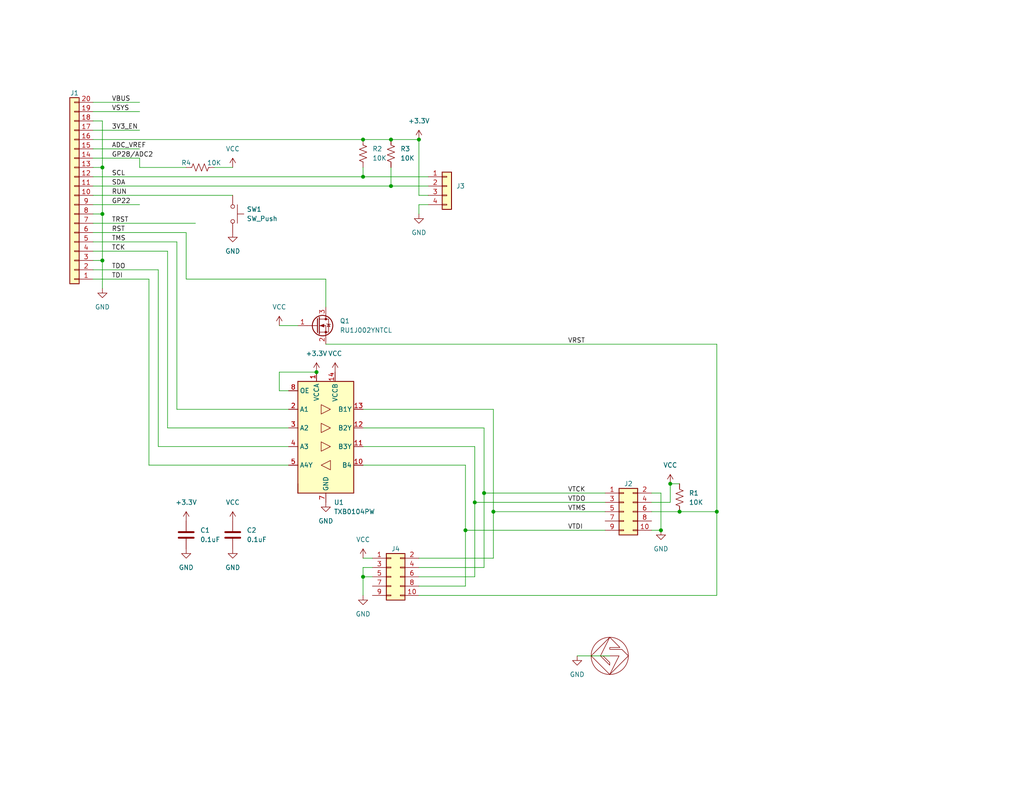
<source format=kicad_sch>
(kicad_sch (version 20230121) (generator eeschema)
  (paper "A")
  (title_block (title "Pico Dirty Blaster Level Shift") (date "2024-04-30") (rev "0.1") (company "Steiert Solutions"))
  (lib_symbols
    (symbol "Connector_Generic:Conn_01x04" (pin_names (offset 1.016) hide)
      (property "Reference" "J" (at 0 5.08 0))
      (property "Value" "Conn_01x04" (at 0 -7.62 0))
      (symbol "Conn_01x04_1_1"
        (rectangle (start -1.27 -4.953) (end 0 -5.207) (stroke (width 0.1524)))
        (rectangle (start -1.27 -2.413) (end 0 -2.667) (stroke (width 0.1524)))
        (rectangle (start -1.27 0.127) (end 0 -0.127) (stroke (width 0.1524)))
        (rectangle (start -1.27 2.667) (end 0 2.413) (stroke (width 0.1524)))
        (rectangle (start -1.27 3.81) (end 1.27 -6.35) (stroke (width 0.254)) (fill (type background)))
        (pin passive line (at -5.08 2.54 0) (length 3.81) (name "Pin_1") (number "1"))
        (pin passive line (at -5.08 0 0) (length 3.81) (name "Pin_2") (number "2"))
        (pin passive line (at -5.08 -2.54 0) (length 3.81) (name "Pin_3") (number "3"))
        (pin passive line (at -5.08 -5.08 0) (length 3.81) (name "Pin_4") (number "4"))
      )
    )
    (symbol "Connector_Generic:Conn_01x20" (pin_names (offset 1.016) hide)
      (property "Reference" "J" (at 0 25.4 0))
      (property "Value" "Conn_01x20" (at 0 -27.94 0))
      (symbol "Conn_01x20_1_1"
        (rectangle (start -1.27 -25.273) (end 0 -25.527) (stroke (width 0.1524)))
        (rectangle (start -1.27 -22.733) (end 0 -22.987) (stroke (width 0.1524)))
        (rectangle (start -1.27 -20.193) (end 0 -20.447) (stroke (width 0.1524)))
        (rectangle (start -1.27 -17.653) (end 0 -17.907) (stroke (width 0.1524)))
        (rectangle (start -1.27 -15.113) (end 0 -15.367) (stroke (width 0.1524)))
        (rectangle (start -1.27 -12.573) (end 0 -12.827) (stroke (width 0.1524)))
        (rectangle (start -1.27 -10.033) (end 0 -10.287) (stroke (width 0.1524)))
        (rectangle (start -1.27 -7.493) (end 0 -7.747) (stroke (width 0.1524)))
        (rectangle (start -1.27 -4.953) (end 0 -5.207) (stroke (width 0.1524)))
        (rectangle (start -1.27 -2.413) (end 0 -2.667) (stroke (width 0.1524)))
        (rectangle (start -1.27 0.127) (end 0 -0.127) (stroke (width 0.1524)))
        (rectangle (start -1.27 2.667) (end 0 2.413) (stroke (width 0.1524)))
        (rectangle (start -1.27 5.207) (end 0 4.953) (stroke (width 0.1524)))
        (rectangle (start -1.27 7.747) (end 0 7.493) (stroke (width 0.1524)))
        (rectangle (start -1.27 10.287) (end 0 10.033) (stroke (width 0.1524)))
        (rectangle (start -1.27 12.827) (end 0 12.573) (stroke (width 0.1524)))
        (rectangle (start -1.27 15.367) (end 0 15.113) (stroke (width 0.1524)))
        (rectangle (start -1.27 17.907) (end 0 17.653) (stroke (width 0.1524)))
        (rectangle (start -1.27 20.447) (end 0 20.193) (stroke (width 0.1524)))
        (rectangle (start -1.27 22.987) (end 0 22.733) (stroke (width 0.1524)))
        (rectangle (start -1.27 24.13) (end 1.27 -26.67) (stroke (width 0.254)) (fill (type background)))
        (pin passive line (at -5.08 22.86 0) (length 3.81) (name "Pin_1") (number "1"))
        (pin passive line (at -5.08 0 0) (length 3.81) (name "Pin_10") (number "10"))
        (pin passive line (at -5.08 -2.54 0) (length 3.81) (name "Pin_11") (number "11"))
        (pin passive line (at -5.08 -5.08 0) (length 3.81) (name "Pin_12") (number "12"))
        (pin passive line (at -5.08 -7.62 0) (length 3.81) (name "Pin_13") (number "13"))
        (pin passive line (at -5.08 -10.16 0) (length 3.81) (name "Pin_14") (number "14"))
        (pin passive line (at -5.08 -12.7 0) (length 3.81) (name "Pin_15") (number "15"))
        (pin passive line (at -5.08 -15.24 0) (length 3.81) (name "Pin_16") (number "16"))
        (pin passive line (at -5.08 -17.78 0) (length 3.81) (name "Pin_17") (number "17"))
        (pin passive line (at -5.08 -20.32 0) (length 3.81) (name "Pin_18") (number "18"))
        (pin passive line (at -5.08 -22.86 0) (length 3.81) (name "Pin_19") (number "19"))
        (pin passive line (at -5.08 20.32 0) (length 3.81) (name "Pin_2") (number "2"))
        (pin passive line (at -5.08 -25.4 0) (length 3.81) (name "Pin_20") (number "20"))
        (pin passive line (at -5.08 17.78 0) (length 3.81) (name "Pin_3") (number "3"))
        (pin passive line (at -5.08 15.24 0) (length 3.81) (name "Pin_4") (number "4"))
        (pin passive line (at -5.08 12.7 0) (length 3.81) (name "Pin_5") (number "5"))
        (pin passive line (at -5.08 10.16 0) (length 3.81) (name "Pin_6") (number "6"))
        (pin passive line (at -5.08 7.62 0) (length 3.81) (name "Pin_7") (number "7"))
        (pin passive line (at -5.08 5.08 0) (length 3.81) (name "Pin_8") (number "8"))
        (pin passive line (at -5.08 2.54 0) (length 3.81) (name "Pin_9") (number "9"))
      )
    )
    (symbol "Connector_Generic:Conn_02x05_Odd_Even" (pin_names (offset 1.016) hide)
      (property "Reference" "J" (at 1.27 7.62 0))
      (property "Value" "Conn_02x05_Odd_Even" (at 1.27 -7.62 0))
      (symbol "Conn_02x05_Odd_Even_1_1"
        (rectangle (start -1.27 -4.953) (end 0 -5.207) (stroke (width 0.1524)))
        (rectangle (start -1.27 -2.413) (end 0 -2.667) (stroke (width 0.1524)))
        (rectangle (start -1.27 0.127) (end 0 -0.127) (stroke (width 0.1524)))
        (rectangle (start -1.27 2.667) (end 0 2.413) (stroke (width 0.1524)))
        (rectangle (start -1.27 5.207) (end 0 4.953) (stroke (width 0.1524)))
        (rectangle (start -1.27 6.35) (end 3.81 -6.35) (stroke (width 0.254)) (fill (type background)))
        (rectangle (start 3.81 -4.953) (end 2.54 -5.207) (stroke (width 0.1524)))
        (rectangle (start 3.81 -2.413) (end 2.54 -2.667) (stroke (width 0.1524)))
        (rectangle (start 3.81 0.127) (end 2.54 -0.127) (stroke (width 0.1524)))
        (rectangle (start 3.81 2.667) (end 2.54 2.413) (stroke (width 0.1524)))
        (rectangle (start 3.81 5.207) (end 2.54 4.953) (stroke (width 0.1524)))
        (pin passive line (at -5.08 5.08 0) (length 3.81) (name "Pin_1") (number "1"))
        (pin passive line (at 7.62 -5.08 180) (length 3.81) (name "Pin_10") (number "10"))
        (pin passive line (at 7.62 5.08 180) (length 3.81) (name "Pin_2") (number "2"))
        (pin passive line (at -5.08 2.54 0) (length 3.81) (name "Pin_3") (number "3"))
        (pin passive line (at 7.62 2.54 180) (length 3.81) (name "Pin_4") (number "4"))
        (pin passive line (at -5.08 0 0) (length 3.81) (name "Pin_5") (number "5"))
        (pin passive line (at 7.62 0 180) (length 3.81) (name "Pin_6") (number "6"))
        (pin passive line (at -5.08 -2.54 0) (length 3.81) (name "Pin_7") (number "7"))
        (pin passive line (at 7.62 -2.54 180) (length 3.81) (name "Pin_8") (number "8"))
        (pin passive line (at -5.08 -5.08 0) (length 3.81) (name "Pin_9") (number "9"))
      )
    )
    (symbol "Device:C" (pin_numbers hide) (pin_names (offset 0.254))
      (property "Reference" "C" (at 0.635 2.54 0))
      (property "Value" "C" (at 0.635 -2.54 0))
      (symbol "C_0_1"
        (polyline (pts (xy -2.032 -0.762) (xy 2.032 -0.762)) (stroke (width 0.508)))
        (polyline (pts (xy -2.032 0.762) (xy 2.032 0.762)) (stroke (width 0.508)))
      )
      (symbol "C_1_1"
        (pin passive line (at 0 3.81 270) (length 2.794) (name "~") (number "1"))
        (pin passive line (at 0 -3.81 90) (length 2.794) (name "~") (number "2"))
      )
    )
    (symbol "Device:Q_NMOS_Depletion_GSD" (pin_names (offset 0) hide)
      (property "Reference" "Q" (at 5.08 1.905 0))
      (property "Value" "Q_NMOS_Depletion_GSD" (at 5.08 0 0))
      (symbol "Q_NMOS_Depletion_GSD_0_1"
        (polyline (pts (xy 0.254 0) (xy -2.54 0)))
        (polyline (pts (xy 0.254 1.905) (xy 0.254 -1.905)) (stroke (width 0.254)))
        (polyline (pts (xy 0.762 2.286) (xy 0.762 -2.286)) (stroke (width 0.254)))
        (polyline (pts (xy 2.54 2.54) (xy 2.54 1.778)))
        (polyline (pts (xy 2.54 -2.54) (xy 2.54 0) (xy 0.762 0)))
        (polyline (pts (xy 0.762 -1.778) (xy 3.302 -1.778) (xy 3.302 1.778) (xy 0.762 1.778)))
        (polyline (pts (xy 1.016 0) (xy 2.032 0.381) (xy 2.032 -0.381) (xy 1.016 0)) (fill (type outline)))
        (polyline (pts (xy 2.794 0.508) (xy 2.921 0.381) (xy 3.683 0.381) (xy 3.81 0.254)))
        (polyline (pts (xy 3.302 0.381) (xy 2.921 -0.254) (xy 3.683 -0.254) (xy 3.302 0.381)))
        (circle (center 1.651 0) (radius 2.794) (stroke (width 0.254)))
        (circle (center 2.54 -1.778) (radius 0.254) (fill (type outline)))
        (circle (center 2.54 1.778) (radius 0.254) (fill (type outline)))
      )
      (symbol "Q_NMOS_Depletion_GSD_1_1"
        (pin input line (at -5.08 0 0) (length 2.54) (name "G") (number "1"))
        (pin passive line (at 2.54 -5.08 90) (length 2.54) (name "S") (number "2"))
        (pin passive line (at 2.54 5.08 270) (length 2.54) (name "D") (number "3"))
      )
    )
    (symbol "Device:R_US" (pin_numbers hide) (pin_names (offset 0))
      (property "Reference" "R" (at 2.54 0 90))
      (property "Value" "R_US" (at -2.54 0 90))
      (symbol "R_US_0_1"
        (polyline (pts (xy 0 -2.286) (xy 0 -2.54)))
        (polyline (pts (xy 0 2.286) (xy 0 2.54)))
        (polyline (pts (xy 0 -0.762) (xy 1.016 -1.143) (xy 0 -1.524) (xy -1.016 -1.905) (xy 0 -2.286)))
        (polyline (pts (xy 0 0.762) (xy 1.016 0.381) (xy 0 0) (xy -1.016 -0.381) (xy 0 -0.762)))
        (polyline (pts (xy 0 2.286) (xy 1.016 1.905) (xy 0 1.524) (xy -1.016 1.143) (xy 0 0.762)))
      )
      (symbol "R_US_1_1"
        (pin passive line (at 0 3.81 270) (length 1.27) (name "~") (number "1"))
        (pin passive line (at 0 -3.81 90) (length 1.27) (name "~") (number "2"))
      )
    )
    (symbol "Switch:SW_Push" (pin_numbers hide) (pin_names (offset 1.016) hide)
      (property "Reference" "SW" (at 1.27 2.54 0))
      (property "Value" "SW_Push" (at 0 -1.524 0))
      (symbol "SW_Push_0_1"
        (circle (center -2.032 0) (radius 0.508))
        (polyline (pts (xy 0 1.27) (xy 0 3.048)))
        (polyline (pts (xy 2.54 1.27) (xy -2.54 1.27)))
        (circle (center 2.032 0) (radius 0.508))
        (pin passive line (at -5.08 0 0) (length 2.54) (name "1") (number "1"))
        (pin passive line (at 5.08 0 180) (length 2.54) (name "2") (number "2"))
      )
    )
    (symbol "custom:GS_logo-custom" (pin_numbers hide) (pin_names (offset 0) hide)
      (symbol "GS_logo-custom_0_1"
        (polyline (pts (xy 0 -5.08) (xy 5.08 0)))
        (polyline (pts (xy -2.54 0) (xy 0 -2.54) (xy 0 -1.8288) (xy -1.8288 0)))
        (polyline (pts (xy 0 5.08) (xy -5.08 0) (xy 0 -5.08) (xy 2.54 0) (xy -2.54 0) (xy 0 5.08)))
        (polyline (pts (xy 5.08 0) (xy 3.302 1.778) (xy 0 1.778) (xy 0 2.286) (xy 2.794 2.286) (xy 0 5.08)))
        (circle (center 0 0) (radius 5.08))
      )
      (symbol "GS_logo-custom_1_1"
        (pin unspecified line (at 0 0 90) (length 0) hide (name "GS") (number "1"))
      )
    )
    (symbol "custom:TXU0304PW"
      (property "Reference" "U" (at -6.35 16.51 0))
      (property "Value" "TXB0104PW" (at 3.81 16.51 0))
      (symbol "TXU0304PW_0_1"
        (rectangle (start -7.62 -15.24) (end -7.62 -12.7) (stroke (width 0.254)))
        (rectangle (start -7.62 15.24) (end 7.62 -15.24) (stroke (width 0.254)) (fill (type background)))
        (polyline (pts (xy -1.27 -1.27) (xy -1.27 -3.81) (xy 1.27 -2.54) (xy -1.27 -1.27)))
        (polyline (pts (xy -1.27 3.81) (xy -1.27 1.27) (xy 1.27 2.54) (xy -1.27 3.81)))
        (polyline (pts (xy -1.27 6.35) (xy 1.27 7.62) (xy -1.27 8.89) (xy -1.27 6.35)))
        (polyline (pts (xy 1.27 -6.35) (xy -1.27 -7.62) (xy 1.27 -8.89) (xy 1.27 -6.35)))
      )
      (symbol "TXU0304PW_1_1"
        (pin power_in line (at -2.54 17.78 270) (length 2.54) (name "VCCA") (number "1"))
        (pin bidirectional line (at 10.16 -7.62 180) (length 2.54) (name "B4") (number "10"))
        (pin bidirectional line (at 10.16 -2.54 180) (length 2.54) (name "B3Y") (number "11"))
        (pin bidirectional line (at 10.16 2.54 180) (length 2.54) (name "B2Y") (number "12"))
        (pin bidirectional line (at 10.16 7.62 180) (length 2.54) (name "B1Y") (number "13"))
        (pin power_in line (at 2.54 17.78 270) (length 2.54) (name "VCCB") (number "14"))
        (pin bidirectional line (at -10.16 7.62 0) (length 2.54) (name "A1") (number "2"))
        (pin bidirectional line (at -10.16 2.54 0) (length 2.54) (name "A2") (number "3"))
        (pin bidirectional line (at -10.16 -2.54 0) (length 2.54) (name "A3") (number "4"))
        (pin bidirectional line (at -10.16 -7.62 0) (length 2.54) (name "A4Y") (number "5"))
        (pin no_connect line (at -7.62 -12.7 0) (length 2.54) hide (name "NC") (number "6"))
        (pin power_in line (at 0 -17.78 90) (length 2.54) (name "GND") (number "7"))
        (pin input line (at -10.16 12.7 0) (length 2.54) (name "OE") (number "8"))
        (pin no_connect line (at 7.62 -12.7 180) (length 2.54) hide (name "NC") (number "9"))
      )
    )
    (symbol "power:+3.3V" (power) (pin_names (offset 0))
      (property "Value" "+3.3V" (at 0 3.556 0))
      (symbol "+3.3V_0_1"
        (polyline (pts (xy -0.762 1.27) (xy 0 2.54)))
        (polyline (pts (xy 0 0) (xy 0 2.54)))
        (polyline (pts (xy 0 2.54) (xy 0.762 1.27)))
      )
      (symbol "+3.3V_1_1"
        (pin power_in line (at 0 0 90) (length 0) hide (name "+3.3V") (number "1"))
      )
    )
    (symbol "power:GND" (power) (pin_names (offset 0))
      (property "Value" "GND" (at 0 -3.81 0))
      (symbol "GND_0_1"
        (polyline (pts (xy 0 0) (xy 0 -1.27) (xy 1.27 -1.27) (xy 0 -2.54) (xy -1.27 -1.27) (xy 0 -1.27)))
      )
      (symbol "GND_1_1"
        (pin power_in line (at 0 0 270) (length 0) hide (name "GND") (number "1"))
      )
    )
    (symbol "power:VCC" (power) (pin_names (offset 0))
      (property "Value" "VCC" (at 0 3.81 0))
      (symbol "VCC_0_1"
        (polyline (pts (xy -0.762 1.27) (xy 0 2.54)))
        (polyline (pts (xy 0 0) (xy 0 2.54)))
        (polyline (pts (xy 0 2.54) (xy 0.762 1.27)))
      )
      (symbol "VCC_1_1"
        (pin power_in line (at 0 0 90) (length 0) hide (name "VCC") (number "1"))
      )
    )
  )
  (junction (at 99.06 48.26))
  (junction (at 180.34 144.78))
  (junction (at 27.94 71.12))
  (junction (at 106.68 50.8))
  (junction (at 185.42 139.7))
  (junction (at 99.06 157.48))
  (junction (at 106.68 38.1))
  (junction (at 182.88 132.08))
  (junction (at 129.54 137.16))
  (junction (at 134.62 139.7))
  (junction (at 195.58 139.7))
  (junction (at 27.94 58.42))
  (junction (at 127 144.78))
  (junction (at 114.3 38.1))
  (junction (at 99.06 38.1))
  (junction (at 132.08 134.62))
  (junction (at 27.94 45.72))
  (junction (at 86.36 101.6))
  (wire (pts (xy 25.4 71.12) (xy 27.94 71.12)))
  (wire (pts (xy 25.4 66.04) (xy 48.26 66.04)))
  (wire (pts (xy 25.4 73.66) (xy 43.18 73.66)))
  (wire (pts (xy 25.4 60.96) (xy 53.34 60.96)))
  (wire (pts (xy 116.84 53.34) (xy 114.3 53.34)))
  (wire (pts (xy 132.08 134.62) (xy 165.1 134.62)))
  (wire (pts (xy 132.08 134.62) (xy 132.08 116.84)))
  (wire (pts (xy 38.1 43.18) (xy 38.1 45.72)))
  (wire (pts (xy 127 127) (xy 99.06 127)))
  (wire (pts (xy 99.06 48.26) (xy 116.84 48.26)))
  (wire (pts (xy 114.3 160.02) (xy 127 160.02)))
  (wire (pts (xy 114.3 53.34) (xy 114.3 38.1)))
  (wire (pts (xy 25.4 43.18) (xy 38.1 43.18)))
  (wire (pts (xy 27.94 58.42) (xy 27.94 71.12)))
  (wire (pts (xy 40.64 127) (xy 40.64 76.2)))
  (wire (pts (xy 45.72 68.58) (xy 45.72 116.84)))
  (wire (pts (xy 25.4 35.56) (xy 38.1 35.56)))
  (wire (pts (xy 182.88 132.08) (xy 185.42 132.08)))
  (wire (pts (xy 134.62 111.76) (xy 134.62 139.7)))
  (wire (pts (xy 116.84 55.88) (xy 114.3 55.88)))
  (wire (pts (xy 43.18 121.92) (xy 43.18 73.66)))
  (wire (pts (xy 25.4 53.34) (xy 63.5 53.34)))
  (wire (pts (xy 25.4 63.5) (xy 50.8 63.5)))
  (wire (pts (xy 129.54 137.16) (xy 165.1 137.16)))
  (wire (pts (xy 177.8 137.16) (xy 182.88 137.16)))
  (wire (pts (xy 25.4 55.88) (xy 38.1 55.88)))
  (wire (pts (xy 134.62 152.4) (xy 134.62 139.7)))
  (wire (pts (xy 106.68 50.8) (xy 116.84 50.8)))
  (wire (pts (xy 99.06 157.48) (xy 101.6 157.48)))
  (wire (pts (xy 50.8 76.2) (xy 88.9 76.2)))
  (wire (pts (xy 50.8 63.5) (xy 50.8 76.2)))
  (wire (pts (xy 180.34 144.78) (xy 180.34 134.62)))
  (wire (pts (xy 101.6 154.94) (xy 99.06 154.94)))
  (wire (pts (xy 99.06 121.92) (xy 129.54 121.92)))
  (wire (pts (xy 134.62 139.7) (xy 165.1 139.7)))
  (wire (pts (xy 106.68 45.72) (xy 106.68 50.8)))
  (wire (pts (xy 99.06 38.1) (xy 106.68 38.1)))
  (wire (pts (xy 99.06 154.94) (xy 99.06 157.48)))
  (wire (pts (xy 78.74 106.68) (xy 76.2 106.68)))
  (wire (pts (xy 195.58 162.56) (xy 195.58 139.7)))
  (wire (pts (xy 25.4 38.1) (xy 99.06 38.1)))
  (wire (pts (xy 99.06 152.4) (xy 101.6 152.4)))
  (wire (pts (xy 48.26 111.76) (xy 48.26 66.04)))
  (wire (pts (xy 25.4 50.8) (xy 106.68 50.8)))
  (wire (pts (xy 127 144.78) (xy 165.1 144.78)))
  (wire (pts (xy 43.18 121.92) (xy 78.74 121.92)))
  (wire (pts (xy 99.06 116.84) (xy 132.08 116.84)))
  (wire (pts (xy 99.06 157.48) (xy 99.06 162.56)))
  (wire (pts (xy 177.8 134.62) (xy 180.34 134.62)))
  (wire (pts (xy 38.1 45.72) (xy 50.8 45.72)))
  (wire (pts (xy 25.4 68.58) (xy 45.72 68.58)))
  (wire (pts (xy 27.94 71.12) (xy 27.94 78.74)))
  (wire (pts (xy 25.4 45.72) (xy 27.94 45.72)))
  (wire (pts (xy 27.94 45.72) (xy 27.94 58.42)))
  (wire (pts (xy 25.4 33.02) (xy 27.94 33.02)))
  (wire (pts (xy 48.26 111.76) (xy 78.74 111.76)))
  (wire (pts (xy 134.62 111.76) (xy 99.06 111.76)))
  (wire (pts (xy 129.54 157.48) (xy 129.54 137.16)))
  (wire (pts (xy 25.4 40.64) (xy 38.1 40.64)))
  (wire (pts (xy 76.2 106.68) (xy 76.2 101.6)))
  (wire (pts (xy 99.06 45.72) (xy 99.06 48.26)))
  (wire (pts (xy 76.2 101.6) (xy 86.36 101.6)))
  (wire (pts (xy 114.3 55.88) (xy 114.3 58.42)))
  (wire (pts (xy 40.64 127) (xy 78.74 127)))
  (wire (pts (xy 157.48 179.07) (xy 166.37 179.07)))
  (wire (pts (xy 25.4 58.42) (xy 27.94 58.42)))
  (wire (pts (xy 132.08 154.94) (xy 132.08 134.62)))
  (wire (pts (xy 185.42 139.7) (xy 195.58 139.7)))
  (wire (pts (xy 129.54 121.92) (xy 129.54 137.16)))
  (wire (pts (xy 25.4 76.2) (xy 40.64 76.2)))
  (wire (pts (xy 127 144.78) (xy 127 127)))
  (wire (pts (xy 182.88 137.16) (xy 182.88 132.08)))
  (wire (pts (xy 177.8 144.78) (xy 180.34 144.78)))
  (wire (pts (xy 76.2 88.9) (xy 81.28 88.9)))
  (wire (pts (xy 114.3 154.94) (xy 132.08 154.94)))
  (wire (pts (xy 88.9 93.98) (xy 195.58 93.98)))
  (wire (pts (xy 58.42 45.72) (xy 63.5 45.72)))
  (wire (pts (xy 25.4 27.94) (xy 38.1 27.94)))
  (wire (pts (xy 114.3 38.1) (xy 106.68 38.1)))
  (wire (pts (xy 25.4 30.48) (xy 38.1 30.48)))
  (wire (pts (xy 127 160.02) (xy 127 144.78)))
  (wire (pts (xy 114.3 157.48) (xy 129.54 157.48)))
  (wire (pts (xy 45.72 116.84) (xy 78.74 116.84)))
  (wire (pts (xy 114.3 152.4) (xy 134.62 152.4)))
  (wire (pts (xy 195.58 93.98) (xy 195.58 139.7)))
  (wire (pts (xy 177.8 139.7) (xy 185.42 139.7)))
  (wire (pts (xy 25.4 48.26) (xy 99.06 48.26)))
  (wire (pts (xy 114.3 162.56) (xy 195.58 162.56)))
  (wire (pts (xy 88.9 76.2) (xy 88.9 83.82)))
  (wire (pts (xy 27.94 33.02) (xy 27.94 45.72)))
  (label "TDI" (at 30.48 76.2 0))
  (label "TDO" (at 30.48 73.66 0))
  (label "VTCK" (at 154.94 134.62 0))
  (label "GP28{slash}ADC2" (at 30.48 43.18 0))
  (label "VRST" (at 154.94 93.98 0))
  (label "VSYS" (at 30.48 30.48 0))
  (label "GP22" (at 30.48 55.88 0))
  (label "RST" (at 30.48 63.5 0))
  (label "SDA" (at 30.48 50.8 0))
  (label "VTMS" (at 154.94 139.7 0))
  (label "TRST" (at 30.48 60.96 0))
  (label "SCL" (at 30.48 48.26 0))
  (label "ADC_VREF" (at 30.48 40.64 0))
  (label "3V3_EN" (at 30.48 35.56 0))
  (label "RUN" (at 30.48 53.34 0))
  (label "VTDI" (at 154.94 144.78 0))
  (label "TMS" (at 30.48 66.04 0))
  (label "VTDO" (at 154.94 137.16 0))
  (label "TCK" (at 30.48 68.58 0))
  (label "VBUS" (at 30.48 27.94 0))
  (symbol (lib_id "power:GND") (at 180.34 144.78 0) (unit 1)
    (property "Reference" "#PWR018" (effects hide))
    (property "Value" "GND" (at 180.34 149.86 0))
  )
  (symbol (lib_id "Device:R_US") (at 185.42 135.89 0) (unit 1)
    (property "Reference" "R1" (at 187.96 134.62 0) (effects (justify left)))
    (property "Value" "10K" (at 187.96 137.16 0) (effects (justify left)))
    (property "Footprint" "Resistor_SMD:R_0603_1608Metric_Pad0.98x0.95mm_HandSolder" (effects hide))
  )
  (symbol (lib_id "power:+3.3V") (at 50.8 142.24 0) (unit 1)
    (property "Reference" "#PWR05" (effects hide))
    (property "Value" "+3.3V" (at 50.8 137.16 0))
  )
  (symbol (lib_id "power:GND") (at 114.3 58.42 0) (unit 1)
    (property "Reference" "#PWR022" (effects hide))
    (property "Value" "GND" (at 114.3 63.5 0))
  )
  (symbol (lib_id "power:GND") (at 27.94 78.74 0) (unit 1)
    (property "Reference" "#PWR01" (effects hide))
    (property "Value" "GND" (at 27.94 83.82 0))
  )
  (symbol (lib_id "custom:GS_logo-custom") (at 166.37 179.07 0) (unit 1)
    (property "Reference" "GS1" (effects hide))
    (property "Value" "GS_logo" (effects hide))
    (property "Footprint" "custom:gs_logo_200mil" (effects hide))
  )
  (symbol (lib_id "power:VCC") (at 63.5 45.72 0) (unit 1)
    (property "Reference" "#PWR023" (effects hide))
    (property "Value" "VCC" (at 63.5 40.64 0))
  )
  (symbol (lib_id "power:GND") (at 88.9 137.16 0) (unit 1)
    (property "Reference" "#PWR04" (effects hide))
    (property "Value" "GND" (at 88.9 142.24 0))
  )
  (symbol (lib_id "Connector_Generic:Conn_01x04") (at 121.92 50.8 0) (unit 1)
    (property "Reference" "J3" (at 124.46 50.8 0) (effects (justify left)))
    (property "Value" "Conn_01x04" (effects hide))
    (property "Footprint" "Connector_JST:JST_SH_SM04B-SRSS-TB_1x04-1MP_P1.00mm_Horizontal" (effects hide))
  )
  (symbol (lib_id "power:VCC") (at 99.06 152.4 0) (unit 1)
    (property "Reference" "#PWR010" (effects hide))
    (property "Value" "VCC" (at 99.06 147.32 0))
  )
  (symbol (lib_id "Device:R_US") (at 106.68 41.91 0) (unit 1)
    (property "Reference" "R3" (at 109.22 40.64 0) (effects (justify left)))
    (property "Value" "10K" (at 109.22 43.18 0) (effects (justify left)))
    (property "Footprint" "Resistor_SMD:R_0603_1608Metric_Pad0.98x0.95mm_HandSolder" (effects hide))
  )
  (symbol (lib_id "power:VCC") (at 91.44 101.6 0) (unit 1)
    (property "Reference" "#PWR03" (effects hide))
    (property "Value" "VCC" (at 91.44 96.52 0))
  )
  (symbol (lib_id "Device:C") (at 63.5 146.05 0) (unit 1)
    (property "Reference" "C2" (at 67.31 144.78 0) (effects (justify left)))
    (property "Value" "0.1uF" (at 67.31 147.32 0) (effects (justify left)))
    (property "Footprint" "Capacitor_SMD:C_0603_1608Metric_Pad1.08x0.95mm_HandSolder" (effects hide))
  )
  (symbol (lib_id "power:GND") (at 99.06 162.56 0) (unit 1)
    (property "Reference" "#PWR09" (effects hide))
    (property "Value" "GND" (at 99.06 167.64 0))
  )
  (symbol (lib_id "power:VCC") (at 63.5 142.24 0) (unit 1)
    (property "Reference" "#PWR06" (effects hide))
    (property "Value" "VCC" (at 63.5 137.16 0))
  )
  (symbol (lib_id "Device:R_US") (at 54.61 45.72 90) (unit 1)
    (property "Reference" "R4" (at 50.8 44.45 90))
    (property "Value" "10K" (at 58.42 44.45 90))
    (property "Footprint" "Resistor_SMD:R_0603_1608Metric_Pad0.98x0.95mm_HandSolder" (effects hide))
  )
  (symbol (lib_id "power:GND") (at 63.5 149.86 0) (unit 1)
    (property "Reference" "#PWR08" (effects hide))
    (property "Value" "GND" (at 63.5 154.94 0))
  )
  (symbol (lib_id "Connector_Generic:Conn_02x05_Odd_Even") (at 170.18 139.7 0) (unit 1)
    (property "Reference" "J2" (at 171.45 132.08 0))
    (property "Value" "Conn_02x05_Odd_Even" (effects hide))
    (property "Footprint" "custom:BHR-10-VSG-SMT_2x05_P2.54mm_Vertical_SMD" (effects hide))
  )
  (symbol (lib_id "power:VCC") (at 76.2 88.9 0) (unit 1)
    (property "Reference" "#PWR012" (effects hide))
    (property "Value" "VCC" (at 76.2 83.82 0))
  )
  (symbol (lib_id "power:GND") (at 157.48 179.07 0) (unit 1)
    (property "Reference" "#PWR011" (effects hide))
    (property "Value" "GND" (at 157.48 184.15 0))
  )
  (symbol (lib_id "power:+3.3V") (at 114.3 38.1 0) (unit 1)
    (property "Reference" "#PWR017" (effects hide))
    (property "Value" "+3.3V" (at 114.3 33.02 0))
  )
  (symbol (lib_id "Device:Q_NMOS_Depletion_GSD") (at 86.36 88.9 0) (unit 1)
    (property "Reference" "Q1" (at 92.71 87.63 0) (effects (justify left)))
    (property "Value" "RU1J002YNTCL" (at 92.71 90.17 0) (effects (justify left)))
    (property "Footprint" "Package_TO_SOT_SMD:SOT-323_SC-70" (effects hide))
  )
  (symbol (lib_id "Device:C") (at 50.8 146.05 0) (unit 1)
    (property "Reference" "C1" (at 54.61 144.78 0) (effects (justify left)))
    (property "Value" "0.1uF" (at 54.61 147.32 0) (effects (justify left)))
    (property "Footprint" "Capacitor_SMD:C_0603_1608Metric_Pad1.08x0.95mm_HandSolder" (effects hide))
  )
  (symbol (lib_id "Connector_Generic:Conn_02x05_Odd_Even") (at 106.68 157.48 0) (unit 1)
    (property "Reference" "J4" (at 107.95 149.86 0))
    (property "Value" "Conn_02x05_Odd_Even" (effects hide))
    (property "Footprint" "Connector_PinHeader_1.27mm:PinHeader_2x05_P1.27mm_Vertical_SMD" (effects hide))
  )
  (symbol (lib_id "power:VCC") (at 182.88 132.08 0) (unit 1)
    (property "Reference" "#PWR019" (effects hide))
    (property "Value" "VCC" (at 182.88 127 0))
  )
  (symbol (lib_id "power:GND") (at 50.8 149.86 0) (unit 1)
    (property "Reference" "#PWR07" (effects hide))
    (property "Value" "GND" (at 50.8 154.94 0))
  )
  (symbol (lib_id "Device:R_US") (at 99.06 41.91 0) (unit 1)
    (property "Reference" "R2" (at 101.6 40.64 0) (effects (justify left)))
    (property "Value" "10K" (at 101.6 43.18 0) (effects (justify left)))
    (property "Footprint" "Resistor_SMD:R_0603_1608Metric_Pad0.98x0.95mm_HandSolder" (effects hide))
  )
  (symbol (lib_id "custom:TXU0304PW") (at 88.9 119.38 0) (unit 1)
    (property "Reference" "U1" (at 91.0941 137.16 0) (effects (justify left)))
    (property "Value" "TXB0104PW" (at 91.0941 139.7 0) (effects (justify left)))
    (property "Footprint" "Package_SO:TSSOP-14_4.4x5mm_P0.65mm" (effects hide))
    (property "Datasheet" "http://www.ti.com/lit/ds/symlink/txb0104.pdf" (effects hide))
  )
  (symbol (lib_id "power:GND") (at 63.5 63.5 0) (unit 1)
    (property "Reference" "#PWR024" (effects hide))
    (property "Value" "GND" (at 63.5 68.58 0))
  )
  (symbol (lib_id "Switch:SW_Push") (at 63.5 58.42 270) (unit 1)
    (property "Reference" "SW1" (at 67.31 57.15 90) (effects (justify left)))
    (property "Value" "SW_Push" (at 67.31 59.69 90) (effects (justify left)))
    (property "Footprint" "Button_Switch_SMD:SW_Push_1P1T_NO_Vertical_Wuerth_434133025816" (effects hide))
  )
  (symbol (lib_id "power:+3.3V") (at 86.36 101.6 0) (unit 1)
    (property "Reference" "#PWR02" (effects hide))
    (property "Value" "+3.3V" (at 86.36 96.52 0))
  )
  (symbol (lib_id "Connector_Generic:Conn_01x20") (at 20.32 53.34 180) (unit 1)
    (property "Reference" "J1" (at 20.32 25.4 0))
    (property "Value" "Conn_01x20" (effects hide))
    (property "Footprint" "custom:Sidecar-20" (effects hide))
  )
)
</source>
